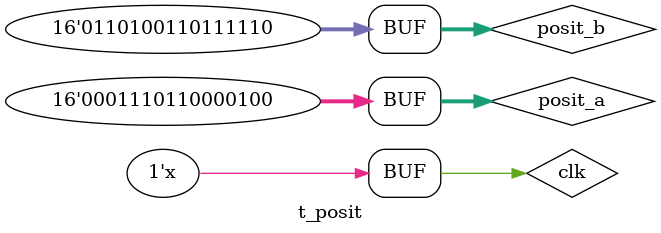
<source format=v>
`timescale 1ns / 1ps


module t_posit;

	// Inputs
	reg [15:0] posit_a;
	reg clk;
	reg [15:0] posit_b;

	// Outputs
	wire [31:0] result;

	// Instantiate the Unit Under Test (UUT)
	Posit uut (
		.posit_a(posit_a),
		.clk(clk),
		.posit_b(posit_b),
		.result(result)
	);

	initial begin
		// Initialize Inputs
		posit_a = 0;
		clk = 0;
		posit_b =0;

		// Wait 100 ns for global reset to finish
		#5 posit_a = 010100100;
		#5 posit_b = 001010110;
		// Add stimulus here
      #100;
	end
	always clk=clk+1;

endmodule


</source>
